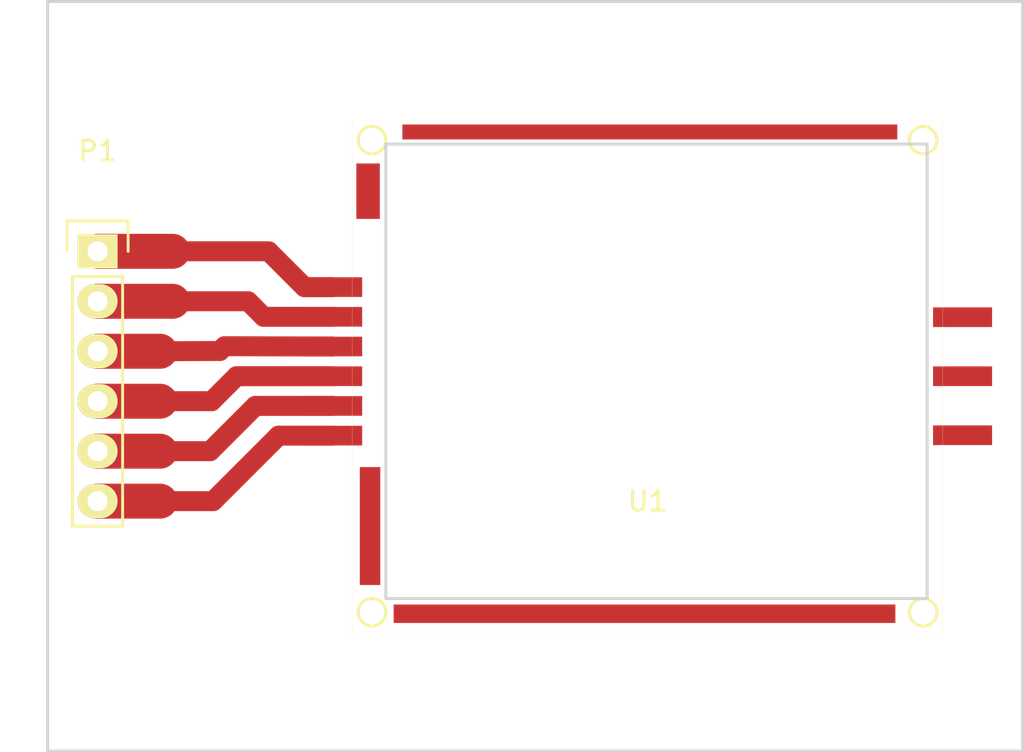
<source format=kicad_pcb>
(kicad_pcb (version 4) (host pcbnew 4.0.2+e4-6225~38~ubuntu16.04.1-stable)

  (general
    (links 6)
    (no_connects 0)
    (area 141.598867 93.904999 194.385001 132.155001)
    (thickness 1.6)
    (drawings 8)
    (tracks 25)
    (zones 0)
    (modules 2)
    (nets 7)
  )

  (page A4)
  (layers
    (0 F.Cu signal)
    (31 B.Cu signal)
    (32 B.Adhes user)
    (33 F.Adhes user)
    (34 B.Paste user)
    (35 F.Paste user)
    (36 B.SilkS user)
    (37 F.SilkS user)
    (38 B.Mask user)
    (39 F.Mask user)
    (40 Dwgs.User user)
    (41 Cmts.User user)
    (42 Eco1.User user)
    (43 Eco2.User user)
    (44 Edge.Cuts user)
    (45 Margin user)
    (46 B.CrtYd user)
    (47 F.CrtYd user)
    (48 B.Fab user)
    (49 F.Fab user)
  )

  (setup
    (last_trace_width 1.778)
    (user_trace_width 0.635)
    (user_trace_width 0.762)
    (user_trace_width 1.016)
    (user_trace_width 1.27)
    (user_trace_width 1.524)
    (user_trace_width 1.778)
    (user_trace_width 2.032)
    (user_trace_width 2.286)
    (trace_clearance 0.8128)
    (zone_clearance 0.508)
    (zone_45_only no)
    (trace_min 0.635)
    (segment_width 0.2)
    (edge_width 0.15)
    (via_size 2.54)
    (via_drill 0.8128)
    (via_min_size 2.54)
    (via_min_drill 0.8128)
    (uvia_size 0.3)
    (uvia_drill 0.1)
    (uvias_allowed no)
    (uvia_min_size 0)
    (uvia_min_drill 0)
    (pcb_text_width 0.3)
    (pcb_text_size 1.5 1.5)
    (mod_edge_width 0.15)
    (mod_text_size 1 1)
    (mod_text_width 0.15)
    (pad_size 3 1)
    (pad_drill 0)
    (pad_to_mask_clearance 0.2)
    (aux_axis_origin 0 0)
    (visible_elements FFFFFF7F)
    (pcbplotparams
      (layerselection 0x01000_00000001)
      (usegerberextensions false)
      (excludeedgelayer true)
      (linewidth 0.100000)
      (plotframeref false)
      (viasonmask false)
      (mode 1)
      (useauxorigin false)
      (hpglpennumber 1)
      (hpglpenspeed 20)
      (hpglpendiameter 15)
      (hpglpenoverlay 2)
      (psnegative false)
      (psa4output false)
      (plotreference true)
      (plotvalue true)
      (plotinvisibletext false)
      (padsonsilk false)
      (subtractmaskfromsilk false)
      (outputformat 1)
      (mirror false)
      (drillshape 0)
      (scaleselection 1)
      (outputdirectory gerbers/))
  )

  (net 0 "")
  (net 1 "Net-(P1-Pad1)")
  (net 2 "Net-(P1-Pad2)")
  (net 3 "Net-(P1-Pad3)")
  (net 4 "Net-(P1-Pad4)")
  (net 5 "Net-(P1-Pad5)")
  (net 6 "Net-(P1-Pad6)")

  (net_class Default "This is the default net class."
    (clearance 0.8128)
    (trace_width 0.635)
    (via_dia 2.54)
    (via_drill 0.8128)
    (uvia_dia 0.3)
    (uvia_drill 0.1)
    (add_net "Net-(P1-Pad1)")
    (add_net "Net-(P1-Pad2)")
    (add_net "Net-(P1-Pad3)")
    (add_net "Net-(P1-Pad4)")
    (add_net "Net-(P1-Pad5)")
    (add_net "Net-(P1-Pad6)")
  )

  (module Pin_Headers:Pin_Header_Straight_1x06 (layer F.Cu) (tedit 0) (tstamp 57980951)
    (at 147.32 106.68)
    (descr "Through hole pin header")
    (tags "pin header")
    (path /57980387)
    (fp_text reference P1 (at 0 -5.1) (layer F.SilkS)
      (effects (font (size 1 1) (thickness 0.15)))
    )
    (fp_text value CONN_01X06 (at 0 -3.1) (layer F.Fab)
      (effects (font (size 1 1) (thickness 0.15)))
    )
    (fp_line (start -1.75 -1.75) (end -1.75 14.45) (layer F.CrtYd) (width 0.05))
    (fp_line (start 1.75 -1.75) (end 1.75 14.45) (layer F.CrtYd) (width 0.05))
    (fp_line (start -1.75 -1.75) (end 1.75 -1.75) (layer F.CrtYd) (width 0.05))
    (fp_line (start -1.75 14.45) (end 1.75 14.45) (layer F.CrtYd) (width 0.05))
    (fp_line (start 1.27 1.27) (end 1.27 13.97) (layer F.SilkS) (width 0.15))
    (fp_line (start 1.27 13.97) (end -1.27 13.97) (layer F.SilkS) (width 0.15))
    (fp_line (start -1.27 13.97) (end -1.27 1.27) (layer F.SilkS) (width 0.15))
    (fp_line (start 1.55 -1.55) (end 1.55 0) (layer F.SilkS) (width 0.15))
    (fp_line (start 1.27 1.27) (end -1.27 1.27) (layer F.SilkS) (width 0.15))
    (fp_line (start -1.55 0) (end -1.55 -1.55) (layer F.SilkS) (width 0.15))
    (fp_line (start -1.55 -1.55) (end 1.55 -1.55) (layer F.SilkS) (width 0.15))
    (pad 1 thru_hole rect (at 0 0) (size 2.032 1.7272) (drill 1.016) (layers *.Cu *.Mask F.SilkS)
      (net 1 "Net-(P1-Pad1)"))
    (pad 2 thru_hole oval (at 0 2.54) (size 2.032 1.7272) (drill 1.016) (layers *.Cu *.Mask F.SilkS)
      (net 2 "Net-(P1-Pad2)"))
    (pad 3 thru_hole oval (at 0 5.08) (size 2.032 1.7272) (drill 1.016) (layers *.Cu *.Mask F.SilkS)
      (net 3 "Net-(P1-Pad3)"))
    (pad 4 thru_hole oval (at 0 7.62) (size 2.032 1.7272) (drill 1.016) (layers *.Cu *.Mask F.SilkS)
      (net 4 "Net-(P1-Pad4)"))
    (pad 5 thru_hole oval (at 0 10.16) (size 2.032 1.7272) (drill 1.016) (layers *.Cu *.Mask F.SilkS)
      (net 5 "Net-(P1-Pad5)"))
    (pad 6 thru_hole oval (at 0 12.7) (size 2.032 1.7272) (drill 1.016) (layers *.Cu *.Mask F.SilkS)
      (net 6 "Net-(P1-Pad6)"))
    (model Pin_Headers.3dshapes/Pin_Header_Straight_1x06.wrl
      (at (xyz 0 -0.25 0))
      (scale (xyz 1 1 1))
      (rotate (xyz 0 0 90))
    )
  )

  (module scintilla:SKM61 (layer F.Cu) (tedit 579A5FA9) (tstamp 57993333)
    (at 175.26 113.03)
    (path /5797F602)
    (fp_text reference U1 (at 0 6.35) (layer F.SilkS)
      (effects (font (size 1 1) (thickness 0.15)))
    )
    (fp_text value SKM61 (at 0 -6.35) (layer F.Fab)
      (effects (font (size 1 1) (thickness 0.15)))
    )
    (fp_line (start -13.3 -11.8) (end 14.2 -11.8) (layer Cmts.User) (width 0.01))
    (fp_line (start 14.2 -11.8) (end 14.2 11.3) (layer Cmts.User) (width 0.01))
    (fp_line (start 14.2 11.3) (end -13.3 11.3) (layer Cmts.User) (width 0.01))
    (fp_line (start -13.3 11.3) (end -13.3 -11.8) (layer Cmts.User) (width 0.01))
    (fp_circle (center -14 -12) (end -14.7 -12) (layer F.SilkS) (width 0.15))
    (fp_circle (center -14 12) (end -13.3 12) (layer F.SilkS) (width 0.15))
    (fp_circle (center 14 12) (end 14 11.3) (layer F.SilkS) (width 0.15))
    (fp_circle (center 14 -12) (end 14.7 -12) (layer F.SilkS) (width 0.15))
    (fp_line (start -15 13) (end 15 13) (layer F.SilkS) (width 0.01))
    (fp_line (start 15 -13) (end 15 13) (layer F.SilkS) (width 0.01))
    (fp_line (start -15 -13) (end 15 -13) (layer F.SilkS) (width 0.01))
    (fp_line (start -15 -13) (end -15 13) (layer F.SilkS) (width 0.01))
    (pad 7 smd rect (at -0.15745 12.0729) (size 25.4889 0.9398) (layers F.Cu F.Paste F.Mask))
    (pad 8 smd rect (at 0.113 -12.4158) (size 25.146 0.762) (layers F.Cu F.Paste F.Mask))
    (pad 9 smd rect (at -14.0983 7.6152) (size 1.0414 5.9944) (layers F.Cu F.Paste F.Mask))
    (pad 10 smd rect (at -14.1999 -9.40565) (size 1.1938 2.8199) (layers F.Cu F.Paste F.Mask))
    (pad 1 smd rect (at -16 3.02) (size 3 1) (layers F.Cu F.Paste F.Mask)
      (net 6 "Net-(P1-Pad6)"))
    (pad 2 smd rect (at -16 1.51) (size 3 1) (layers F.Cu F.Paste F.Mask)
      (net 5 "Net-(P1-Pad5)"))
    (pad 3 smd rect (at -16 0) (size 3 1) (layers F.Cu F.Paste F.Mask)
      (net 4 "Net-(P1-Pad4)"))
    (pad 4 smd rect (at -16 -1.51) (size 3 1) (layers F.Cu F.Paste F.Mask)
      (net 3 "Net-(P1-Pad3)"))
    (pad 5 smd rect (at -16 -3.02) (size 3 1) (layers F.Cu F.Paste F.Mask)
      (net 2 "Net-(P1-Pad2)"))
    (pad 6 smd rect (at -16 -4.53) (size 3 1) (layers F.Cu F.Paste F.Mask)
      (net 1 "Net-(P1-Pad1)"))
    (pad 11 smd rect (at 16 -3) (size 3 1) (layers F.Cu F.Paste F.Mask))
    (pad 13 smd rect (at 16 3) (size 3 1) (layers F.Cu F.Paste F.Mask))
    (pad 12 smd rect (at 16 0) (size 3 1) (layers F.Cu F.Paste F.Mask))
  )

  (gr_line (start 189.46 101.23) (end 161.96 101.23) (angle 90) (layer Edge.Cuts) (width 0.15))
  (gr_line (start 189.46 124.33) (end 189.46 101.23) (angle 90) (layer Edge.Cuts) (width 0.15))
  (gr_line (start 161.96 124.33) (end 189.46 124.33) (angle 90) (layer Edge.Cuts) (width 0.15))
  (gr_line (start 161.96 101.23) (end 161.96 124.33) (angle 90) (layer Edge.Cuts) (width 0.15))
  (gr_line (start 194.31 132.08) (end 144.78 132.08) (angle 90) (layer Edge.Cuts) (width 0.15))
  (gr_line (start 194.31 93.98) (end 194.31 132.08) (angle 90) (layer Edge.Cuts) (width 0.15))
  (gr_line (start 144.78 93.98) (end 194.31 93.98) (angle 90) (layer Edge.Cuts) (width 0.15))
  (gr_line (start 144.78 132.08) (end 144.78 93.98) (angle 90) (layer Edge.Cuts) (width 0.15))

  (segment (start 159.26 108.5) (end 157.8268 108.5) (width 1.016) (layer F.Cu) (net 1))
  (segment (start 157.8268 108.5) (end 156.0068 106.68) (width 1.016) (layer F.Cu) (net 1) (tstamp 579A72A3))
  (segment (start 156.0068 106.68) (end 151.13 106.68) (width 1.016) (layer F.Cu) (net 1) (tstamp 579A72B8))
  (segment (start 151.13 106.68) (end 147.32 106.68) (width 1.778) (layer F.Cu) (net 1) (tstamp 579A75A2))
  (segment (start 159.26 110.01) (end 155.7554 110.01) (width 1.016) (layer F.Cu) (net 2))
  (segment (start 154.9654 109.22) (end 151.13 109.22) (width 1.016) (layer F.Cu) (net 2) (tstamp 579A754C))
  (segment (start 151.13 109.22) (end 147.32 109.22) (width 1.778) (layer F.Cu) (net 2) (tstamp 579A75A5))
  (segment (start 155.7554 110.01) (end 154.9654 109.22) (width 1.016) (layer F.Cu) (net 2) (tstamp 579A753A))
  (segment (start 159.26 111.52) (end 153.7716 111.506) (width 1.016) (layer F.Cu) (net 3))
  (segment (start 153.5316 111.746) (end 150.495 111.76) (width 1.016) (layer F.Cu) (net 3) (tstamp 579A755B))
  (segment (start 150.495 111.76) (end 147.32 111.76) (width 1.778) (layer F.Cu) (net 3) (tstamp 579A75A9))
  (segment (start 153.7716 111.506) (end 153.5316 111.746) (width 1.016) (layer F.Cu) (net 3) (tstamp 579A7551))
  (segment (start 159.26 113.03) (end 154.3812 113.03) (width 1.016) (layer F.Cu) (net 4))
  (segment (start 153.1112 114.3) (end 150.495 114.3) (width 1.016) (layer F.Cu) (net 4) (tstamp 579A7569))
  (segment (start 150.495 114.3) (end 147.32 114.3) (width 1.778) (layer F.Cu) (net 4) (tstamp 579A75AC))
  (segment (start 154.3812 113.03) (end 153.1112 114.3) (width 1.016) (layer F.Cu) (net 4) (tstamp 579A7560))
  (segment (start 159.26 114.54) (end 155.335 114.54) (width 1.016) (layer F.Cu) (net 5))
  (segment (start 153.035 116.84) (end 150.495 116.84) (width 1.016) (layer F.Cu) (net 5) (tstamp 579A7573))
  (segment (start 150.495 116.84) (end 147.32 116.84) (width 1.778) (layer F.Cu) (net 5) (tstamp 579A75AF))
  (segment (start 155.335 114.54) (end 153.035 116.84) (width 1.016) (layer F.Cu) (net 5) (tstamp 579A756D))
  (segment (start 159.26 114.54) (end 159.246 114.554) (width 0.635) (layer F.Cu) (net 5))
  (segment (start 159.26 116.05) (end 156.5174 116.05) (width 1.016) (layer F.Cu) (net 6))
  (segment (start 153.1874 119.38) (end 150.495 119.38) (width 1.016) (layer F.Cu) (net 6) (tstamp 579A757F))
  (segment (start 150.495 119.38) (end 147.32 119.38) (width 1.778) (layer F.Cu) (net 6) (tstamp 579A75B2))
  (segment (start 156.5174 116.05) (end 153.1874 119.38) (width 1.016) (layer F.Cu) (net 6) (tstamp 579A7577))

)

</source>
